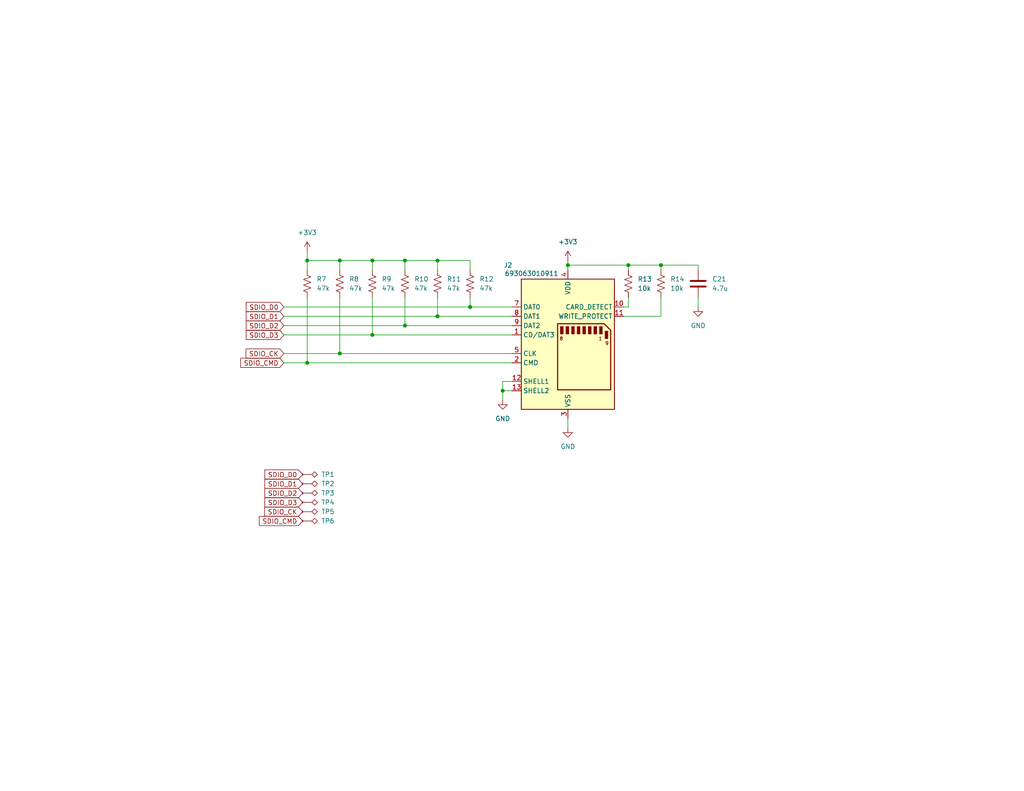
<source format=kicad_sch>
(kicad_sch (version 20250114) (generator "eeschema") (generator_version "9.0")
  (paper "USLetter")
  (title_block (title "SD Card") (rev "alpha") (company "Haas Hooligans") (comment 1 "Ryan Jacoby"))
  (lib_symbols
    (symbol "Connector:SD_Card_Receptacle"
      (property "Reference" "J" (at -11.938 19.304 0))
      (property "Value" "SD_Card_Receptacle" (at 10.922 -19.558 0))
      (symbol "SD_Card_Receptacle_0_1"
        (rectangle (start -2.032 2.794) (end -1.27 4.826) (fill (type outline)))
        (rectangle (start -0.508 2.794) (end 0.254 4.826) (fill (type outline)))
        (rectangle (start 1.016 2.794) (end 1.778 4.826) (fill (type outline)))
        (rectangle (start 2.54 2.794) (end 3.302 4.826) (fill (type outline)))
        (rectangle (start 4.064 2.794) (end 4.826 4.826) (fill (type outline)))
        (rectangle (start 5.588 2.794) (end 6.35 4.826) (fill (type outline)))
        (rectangle (start 7.112 2.794) (end 7.874 4.826) (fill (type outline)))
        (rectangle (start 8.636 2.794) (end 9.398 4.826) (fill (type outline)))
        (rectangle (start 10.16 1.524) (end 10.922 3.556) (fill (type outline)))
      )
      (symbol "SD_Card_Receptacle_1_1"
        (rectangle (start -12.7 17.78) (end 12.7 -17.78) (stroke (width 0.254)) (fill (type background)))
        (polyline (pts (xy 9.906 5.588) (xy -2.794 5.588) (xy -2.794 -12.446) (xy 11.684 -12.446) (xy 11.684 3.81) (xy 9.906 5.588)) (stroke (width 0.3)))
        (text "8" (at -1.778 1.524 0) (effects (font (size 0.9 0.9))))
        (text "1" (at 8.89 1.524 0) (effects (font (size 0.9 0.9))))
        (text "9" (at 10.668 0.254 0) (effects (font (size 0.9 0.9))))
        (pin bidirectional line (at -15.24 10.16 0) (length 2.54) (name "DAT0") (number "7"))
        (pin bidirectional line (at -15.24 7.62 0) (length 2.54) (name "DAT1") (number "8"))
        (pin bidirectional line (at -15.24 5.08 0) (length 2.54) (name "DAT2") (number "9"))
        (pin bidirectional line (at -15.24 2.54 0) (length 2.54) (name "CD/DAT3") (number "1"))
        (pin input line (at -15.24 -2.54 0) (length 2.54) (name "CLK") (number "5"))
        (pin bidirectional line (at -15.24 -5.08 0) (length 2.54) (name "CMD") (number "2"))
        (pin passive line (at -15.24 -10.16 0) (length 2.54) (name "SHELL1") (number "12"))
        (pin passive line (at -15.24 -12.7 0) (length 2.54) (name "SHELL2") (number "13"))
        (pin power_in line (at 0 20.32 270) (length 2.54) (name "VDD") (number "4"))
        (pin power_in line (at 0 -20.32 90) (length 2.54) (name "VSS") (number "3"))
        (pin passive line (at 0 -20.32 90) (length 2.54) (hide yes) (name "VSS") (number "6"))
        (pin output line (at 15.24 10.16 180) (length 2.54) (name "CARD_DETECT") (number "10"))
        (pin output line (at 15.24 7.62 180) (length 2.54) (name "WRITE_PROTECT") (number "11"))
      )
    )
    (symbol "Connector:TestPoint_Alt" (pin_numbers (hide yes)) (pin_names (offset 0.762) (hide yes))
      (property "Reference" "TP" (at 0 6.858 0))
      (property "Value" "TestPoint_Alt" (at 0 5.08 0))
      (symbol "TestPoint_Alt_0_1"
        (polyline (pts (xy 0 2.54) (xy -0.762 3.302) (xy 0 4.064) (xy 0.762 3.302) (xy 0 2.54)))
      )
      (symbol "TestPoint_Alt_1_1"
        (pin passive line (at 0 0 90) (length 2.54) (name "1") (number "1"))
      )
    )
    (symbol "Device:C" (pin_numbers (hide yes)) (pin_names (offset 0.254))
      (property "Reference" "C" (at 0.635 2.54 0))
      (property "Value" "C" (at 0.635 -2.54 0))
      (symbol "C_0_1"
        (polyline (pts (xy -2.032 0.762) (xy 2.032 0.762)) (stroke (width 0.508)))
        (polyline (pts (xy -2.032 -0.762) (xy 2.032 -0.762)) (stroke (width 0.508)))
      )
      (symbol "C_1_1"
        (pin passive line (at 0 3.81 270) (length 2.794) (name "~") (number "1"))
        (pin passive line (at 0 -3.81 90) (length 2.794) (name "~") (number "2"))
      )
    )
    (symbol "Device:R_US" (pin_numbers (hide yes)) (pin_names (offset 0))
      (property "Reference" "R" (at 2.54 0 90))
      (property "Value" "R_US" (at -2.54 0 90))
      (symbol "R_US_0_1"
        (polyline (pts (xy 0 2.286) (xy 0 2.54)))
        (polyline (pts (xy 0 2.286) (xy 1.016 1.905) (xy 0 1.524) (xy -1.016 1.143) (xy 0 0.762)))
        (polyline (pts (xy 0 0.762) (xy 1.016 0.381) (xy 0 0) (xy -1.016 -0.381) (xy 0 -0.762)))
        (polyline (pts (xy 0 -0.762) (xy 1.016 -1.143) (xy 0 -1.524) (xy -1.016 -1.905) (xy 0 -2.286)))
        (polyline (pts (xy 0 -2.286) (xy 0 -2.54)))
      )
      (symbol "R_US_1_1"
        (pin passive line (at 0 3.81 270) (length 1.27) (name "~") (number "1"))
        (pin passive line (at 0 -3.81 90) (length 1.27) (name "~") (number "2"))
      )
    )
    (symbol "power:+3V3" (power) (pin_numbers (hide yes)) (pin_names (offset 0) (hide yes))
      (property "Value" "+3V3" (at 0 3.556 0))
      (symbol "+3V3_0_1"
        (polyline (pts (xy -0.762 1.27) (xy 0 2.54)))
        (polyline (pts (xy 0 2.54) (xy 0.762 1.27)))
        (polyline (pts (xy 0 0) (xy 0 2.54)))
      )
      (symbol "+3V3_1_1"
        (pin power_in line (at 0 0 90) (length 0) (name "~") (number "1"))
      )
    )
    (symbol "power:GND" (power) (pin_numbers (hide yes)) (pin_names (offset 0) (hide yes))
      (property "Value" "GND" (at 0 -3.81 0))
      (symbol "GND_0_1"
        (polyline (pts (xy 0 0) (xy 0 -1.27) (xy 1.27 -1.27) (xy 0 -2.54) (xy -1.27 -1.27) (xy 0 -1.27)))
      )
      (symbol "GND_1_1"
        (pin power_in line (at 0 0 270) (length 0) (name "~") (number "1"))
      )
    )
  )
  (junction (at 92.71 96.52))
  (junction (at 92.71 71.12))
  (junction (at 83.82 71.12))
  (junction (at 171.45 72.39))
  (junction (at 180.34 72.39))
  (junction (at 110.49 71.12))
  (junction (at 101.6 71.12))
  (junction (at 110.49 88.9))
  (junction (at 119.38 71.12))
  (junction (at 83.82 99.06))
  (junction (at 128.27 83.82))
  (junction (at 137.16 106.68))
  (junction (at 154.94 72.39))
  (junction (at 101.6 91.44))
  (junction (at 119.38 86.36))
  (wire (pts (xy 170.18 86.36) (xy 180.34 86.36)))
  (wire (pts (xy 83.82 81.28) (xy 83.82 99.06)))
  (wire (pts (xy 180.34 86.36) (xy 180.34 81.28)))
  (wire (pts (xy 171.45 72.39) (xy 171.45 73.66)))
  (wire (pts (xy 180.34 72.39) (xy 180.34 73.66)))
  (wire (pts (xy 77.47 96.52) (xy 92.71 96.52)))
  (wire (pts (xy 128.27 71.12) (xy 119.38 71.12)))
  (wire (pts (xy 110.49 81.28) (xy 110.49 88.9)))
  (wire (pts (xy 101.6 81.28) (xy 101.6 91.44)))
  (wire (pts (xy 171.45 83.82) (xy 171.45 81.28)))
  (wire (pts (xy 171.45 72.39) (xy 180.34 72.39)))
  (wire (pts (xy 137.16 104.14) (xy 137.16 106.68)))
  (wire (pts (xy 128.27 81.28) (xy 128.27 83.82)))
  (wire (pts (xy 119.38 71.12) (xy 119.38 73.66)))
  (wire (pts (xy 190.5 83.82) (xy 190.5 81.28)))
  (wire (pts (xy 101.6 71.12) (xy 110.49 71.12)))
  (wire (pts (xy 77.47 99.06) (xy 83.82 99.06)))
  (wire (pts (xy 77.47 86.36) (xy 119.38 86.36)))
  (wire (pts (xy 77.47 88.9) (xy 110.49 88.9)))
  (wire (pts (xy 180.34 72.39) (xy 190.5 72.39)))
  (wire (pts (xy 154.94 72.39) (xy 154.94 73.66)))
  (wire (pts (xy 83.82 68.58) (xy 83.82 71.12)))
  (wire (pts (xy 83.82 73.66) (xy 83.82 71.12)))
  (wire (pts (xy 128.27 83.82) (xy 139.7 83.82)))
  (wire (pts (xy 139.7 104.14) (xy 137.16 104.14)))
  (wire (pts (xy 101.6 91.44) (xy 139.7 91.44)))
  (wire (pts (xy 154.94 71.12) (xy 154.94 72.39)))
  (wire (pts (xy 128.27 73.66) (xy 128.27 71.12)))
  (wire (pts (xy 110.49 71.12) (xy 110.49 73.66)))
  (wire (pts (xy 154.94 72.39) (xy 171.45 72.39)))
  (wire (pts (xy 170.18 83.82) (xy 171.45 83.82)))
  (wire (pts (xy 110.49 88.9) (xy 139.7 88.9)))
  (wire (pts (xy 92.71 71.12) (xy 101.6 71.12)))
  (wire (pts (xy 77.47 91.44) (xy 101.6 91.44)))
  (wire (pts (xy 101.6 71.12) (xy 101.6 73.66)))
  (wire (pts (xy 83.82 99.06) (xy 139.7 99.06)))
  (wire (pts (xy 139.7 106.68) (xy 137.16 106.68)))
  (wire (pts (xy 154.94 114.3) (xy 154.94 116.84)))
  (wire (pts (xy 119.38 81.28) (xy 119.38 86.36)))
  (wire (pts (xy 92.71 81.28) (xy 92.71 96.52)))
  (wire (pts (xy 92.71 71.12) (xy 92.71 73.66)))
  (wire (pts (xy 119.38 86.36) (xy 139.7 86.36)))
  (wire (pts (xy 110.49 71.12) (xy 119.38 71.12)))
  (wire (pts (xy 83.82 71.12) (xy 92.71 71.12)))
  (wire (pts (xy 92.71 96.52) (xy 139.7 96.52)))
  (wire (pts (xy 77.47 83.82) (xy 128.27 83.82)))
  (wire (pts (xy 137.16 106.68) (xy 137.16 109.22)))
  (wire (pts (xy 190.5 72.39) (xy 190.5 73.66)))
  (global_label "SDIO_D0" (shape input) (at 82.55 129.54 180) (property "Intersheetrefs" "${INTERSHEET_REFS}" (effects (hide yes))))
  (global_label "SDIO_CMD" (shape input) (at 82.55 142.24 180) (property "Intersheetrefs" "${INTERSHEET_REFS}" (effects (hide yes))))
  (global_label "SDIO_D1" (shape input) (at 77.47 86.36 180) (property "Intersheetrefs" "${INTERSHEET_REFS}" (effects (hide yes))))
  (global_label "SDIO_CMD" (shape input) (at 77.47 99.06 180) (property "Intersheetrefs" "${INTERSHEET_REFS}" (effects (hide yes))))
  (global_label "SDIO_D3" (shape input) (at 82.55 137.16 180) (property "Intersheetrefs" "${INTERSHEET_REFS}" (effects (hide yes))))
  (global_label "SDIO_D3" (shape input) (at 77.47 91.44 180) (property "Intersheetrefs" "${INTERSHEET_REFS}" (effects (hide yes))))
  (global_label "SDIO_D0" (shape input) (at 77.47 83.82 180) (property "Intersheetrefs" "${INTERSHEET_REFS}" (effects (hide yes))))
  (global_label "SDIO_D2" (shape input) (at 82.55 134.62 180) (property "Intersheetrefs" "${INTERSHEET_REFS}" (effects (hide yes))))
  (global_label "SDIO_CK" (shape input) (at 82.55 139.7 180) (property "Intersheetrefs" "${INTERSHEET_REFS}" (effects (hide yes))))
  (global_label "SDIO_D2" (shape input) (at 77.47 88.9 180) (property "Intersheetrefs" "${INTERSHEET_REFS}" (effects (hide yes))))
  (global_label "SDIO_CK" (shape input) (at 77.47 96.52 180) (property "Intersheetrefs" "${INTERSHEET_REFS}" (effects (hide yes))))
  (global_label "SDIO_D1" (shape input) (at 82.55 132.08 180) (property "Intersheetrefs" "${INTERSHEET_REFS}" (effects (hide yes))))
  (symbol (lib_id "Device:R_US") (at 110.49 77.47 0) (unit 1)
    (property "Reference" "R10" (at 113.03 76.1999 0) (effects (justify left)))
    (property "Value" "47k" (at 113.03 78.7399 0) (effects (justify left)))
    (property "Footprint" "Resistor_SMD:R_0603_1608Metric" (effects (hide yes)))
    (property "Description" "Resistor, US symbol" (effects (hide yes)))
    (property "DPN" "311-47.0KHRCT-ND" (effects (hide yes)))
  )
  (symbol (lib_id "Connector:SD_Card_Receptacle") (at 154.94 93.98 0) (unit 1)
    (property "Reference" "J2" (at 137.414 72.39 0) (effects (justify left)))
    (property "Value" "693063010911" (at 137.668 74.676 0) (effects (justify left)))
    (property "Footprint" "footprints:693063010911" (effects (hide yes)))
    (property "Datasheet" "https://www.we-online.com/components/products/datasheet/693063010911.pdf" (effects (hide yes)))
    (property "Description" "SD card receptacle" (effects (hide yes)))
    (property "DPN" "732-3817-1-ND" (effects (hide yes)))
  )
  (symbol (lib_id "power:+3V3") (at 154.94 71.12 0) (unit 1)
    (property "Reference" "#PWR022" (effects (hide yes)))
    (property "Value" "+3V3" (at 154.94 66.04 0))
    (property "Description" "Power symbol creates a global label with name \"+3V3\"" (effects (hide yes)))
  )
  (symbol (lib_id "Device:R_US") (at 83.82 77.47 0) (unit 1)
    (property "Reference" "R7" (at 86.36 76.1999 0) (effects (justify left)))
    (property "Value" "47k" (at 86.36 78.7399 0) (effects (justify left)))
    (property "Footprint" "Resistor_SMD:R_0603_1608Metric" (effects (hide yes)))
    (property "Description" "Resistor, US symbol" (effects (hide yes)))
    (property "DPN" "311-47.0KHRCT-ND" (effects (hide yes)))
  )
  (symbol (lib_id "Connector:TestPoint_Alt") (at 82.55 129.54 270) (unit 1)
    (property "Reference" "TP1" (at 87.63 129.5399 90) (effects (justify left)))
    (property "Value" "TestPoint_Alt" (effects (hide yes)))
    (property "Footprint" "TestPoint:TestPoint_Pad_2.0x2.0mm" (effects (hide yes)))
    (property "Description" "test point (alternative shape)" (effects (hide yes)))
    (property "DPN" "~" (at 82.55 129.54 0))
  )
  (symbol (lib_id "Device:R_US") (at 92.71 77.47 0) (unit 1)
    (property "Reference" "R8" (at 95.25 76.1999 0) (effects (justify left)))
    (property "Value" "47k" (at 95.25 78.7399 0) (effects (justify left)))
    (property "Footprint" "Resistor_SMD:R_0603_1608Metric" (effects (hide yes)))
    (property "Description" "Resistor, US symbol" (effects (hide yes)))
    (property "DPN" "311-47.0KHRCT-ND" (effects (hide yes)))
  )
  (symbol (lib_id "Connector:TestPoint_Alt") (at 82.55 134.62 270) (unit 1)
    (property "Reference" "TP3" (at 87.63 134.6199 90) (effects (justify left)))
    (property "Value" "TestPoint_Alt" (effects (hide yes)))
    (property "Footprint" "TestPoint:TestPoint_Pad_2.0x2.0mm" (effects (hide yes)))
    (property "Description" "test point (alternative shape)" (effects (hide yes)))
    (property "DPN" "~" (at 82.55 134.62 0))
  )
  (symbol (lib_id "Device:R_US") (at 180.34 77.47 0) (unit 1)
    (property "Reference" "R14" (at 182.88 76.1999 0) (effects (justify left)))
    (property "Value" "10k" (at 182.88 78.7399 0) (effects (justify left)))
    (property "Footprint" "Resistor_SMD:R_0603_1608Metric" (effects (hide yes)))
    (property "Description" "Resistor, US symbol" (effects (hide yes)))
    (property "DPN" "RMCF0603JT10K0CT-ND" (effects (hide yes)))
  )
  (symbol (lib_id "Device:C") (at 190.5 77.47 0) (unit 1)
    (property "Reference" "C21" (at 194.31 76.1999 0) (effects (justify left)))
    (property "Value" "4.7u" (at 194.31 78.7399 0) (effects (justify left)))
    (property "Footprint" "Capacitor_SMD:C_0603_1608Metric" (effects (hide yes)))
    (property "Description" "Unpolarized capacitor" (effects (hide yes)))
    (property "DPN" "1276-1044-1-ND" (effects (hide yes)))
  )
  (symbol (lib_id "Device:R_US") (at 171.45 77.47 0) (unit 1)
    (property "Reference" "R13" (at 173.99 76.1999 0) (effects (justify left)))
    (property "Value" "10k" (at 173.99 78.7399 0) (effects (justify left)))
    (property "Footprint" "Resistor_SMD:R_0603_1608Metric" (effects (hide yes)))
    (property "Description" "Resistor, US symbol" (effects (hide yes)))
    (property "DPN" "RMCF0603JT10K0CT-ND" (effects (hide yes)))
  )
  (symbol (lib_id "Connector:TestPoint_Alt") (at 82.55 142.24 270) (unit 1)
    (property "Reference" "TP6" (at 87.63 142.2399 90) (effects (justify left)))
    (property "Value" "TestPoint_Alt" (effects (hide yes)))
    (property "Footprint" "TestPoint:TestPoint_Pad_2.0x2.0mm" (effects (hide yes)))
    (property "Description" "test point (alternative shape)" (effects (hide yes)))
    (property "DPN" "~" (at 82.55 142.24 0))
  )
  (symbol (lib_id "Connector:TestPoint_Alt") (at 82.55 139.7 270) (unit 1)
    (property "Reference" "TP5" (at 87.63 139.6999 90) (effects (justify left)))
    (property "Value" "TestPoint_Alt" (effects (hide yes)))
    (property "Footprint" "TestPoint:TestPoint_Pad_2.0x2.0mm" (effects (hide yes)))
    (property "Description" "test point (alternative shape)" (effects (hide yes)))
    (property "DPN" "~" (at 82.55 139.7 0))
  )
  (symbol (lib_id "power:+3V3") (at 83.82 68.58 0) (unit 1)
    (property "Reference" "#PWR020" (effects (hide yes)))
    (property "Value" "+3V3" (at 83.82 63.5 0))
    (property "Description" "Power symbol creates a global label with name \"+3V3\"" (effects (hide yes)))
  )
  (symbol (lib_id "power:GND") (at 137.16 109.22 0) (unit 1)
    (property "Reference" "#PWR021" (effects (hide yes)))
    (property "Value" "GND" (at 137.16 114.3 0))
    (property "Description" "Power symbol creates a global label with name \"GND\" , ground" (effects (hide yes)))
  )
  (symbol (lib_id "Connector:TestPoint_Alt") (at 82.55 137.16 270) (unit 1)
    (property "Reference" "TP4" (at 87.63 137.1599 90) (effects (justify left)))
    (property "Value" "TestPoint_Alt" (effects (hide yes)))
    (property "Footprint" "TestPoint:TestPoint_Pad_2.0x2.0mm" (effects (hide yes)))
    (property "Description" "test point (alternative shape)" (effects (hide yes)))
    (property "DPN" "~" (at 82.55 137.16 0))
  )
  (symbol (lib_id "Connector:TestPoint_Alt") (at 82.55 132.08 270) (unit 1)
    (property "Reference" "TP2" (at 87.63 132.0799 90) (effects (justify left)))
    (property "Value" "TestPoint_Alt" (effects (hide yes)))
    (property "Footprint" "TestPoint:TestPoint_Pad_2.0x2.0mm" (effects (hide yes)))
    (property "Description" "test point (alternative shape)" (effects (hide yes)))
    (property "DPN" "~" (at 82.55 132.08 0))
  )
  (symbol (lib_id "Device:R_US") (at 119.38 77.47 0) (unit 1)
    (property "Reference" "R11" (at 121.92 76.1999 0) (effects (justify left)))
    (property "Value" "47k" (at 121.92 78.7399 0) (effects (justify left)))
    (property "Footprint" "Resistor_SMD:R_0603_1608Metric" (effects (hide yes)))
    (property "Description" "Resistor, US symbol" (effects (hide yes)))
    (property "DPN" "311-47.0KHRCT-ND" (effects (hide yes)))
  )
  (symbol (lib_id "Device:R_US") (at 128.27 77.47 0) (unit 1)
    (property "Reference" "R12" (at 130.81 76.1999 0) (effects (justify left)))
    (property "Value" "47k" (at 130.81 78.7399 0) (effects (justify left)))
    (property "Footprint" "Resistor_SMD:R_0603_1608Metric" (effects (hide yes)))
    (property "Description" "Resistor, US symbol" (effects (hide yes)))
    (property "DPN" "311-47.0KHRCT-ND" (effects (hide yes)))
  )
  (symbol (lib_id "Device:R_US") (at 101.6 77.47 0) (unit 1)
    (property "Reference" "R9" (at 104.14 76.1999 0) (effects (justify left)))
    (property "Value" "47k" (at 104.14 78.7399 0) (effects (justify left)))
    (property "Footprint" "Resistor_SMD:R_0603_1608Metric" (effects (hide yes)))
    (property "Description" "Resistor, US symbol" (effects (hide yes)))
    (property "DPN" "311-47.0KHRCT-ND" (effects (hide yes)))
  )
  (symbol (lib_id "power:GND") (at 190.5 83.82 0) (unit 1)
    (property "Reference" "#PWR027" (effects (hide yes)))
    (property "Value" "GND" (at 190.5 88.9 0))
    (property "Description" "Power symbol creates a global label with name \"GND\" , ground" (effects (hide yes)))
  )
  (symbol (lib_id "power:GND") (at 154.94 116.84 0) (unit 1)
    (property "Reference" "#PWR026" (effects (hide yes)))
    (property "Value" "GND" (at 154.94 121.92 0))
    (property "Description" "Power symbol creates a global label with name \"GND\" , ground" (effects (hide yes)))
  )
)
</source>
